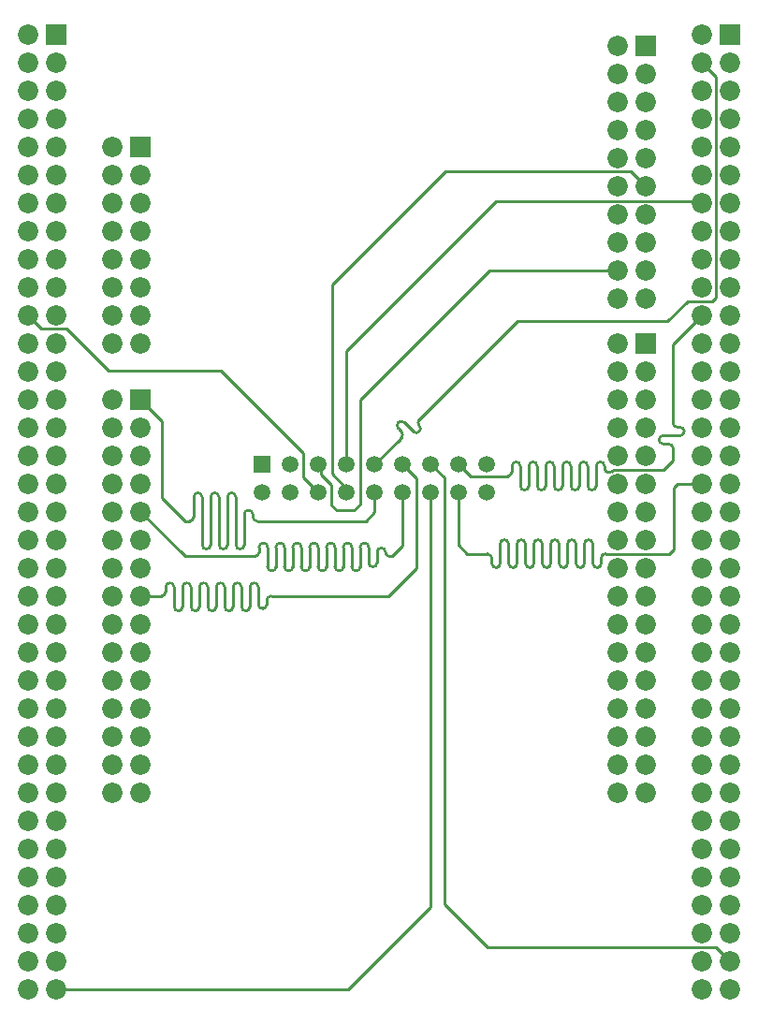
<source format=gbl>
G04*
G04 #@! TF.GenerationSoftware,Altium Limited,Altium Designer,21.9.2 (33)*
G04*
G04 Layer_Physical_Order=2*
G04 Layer_Color=16711680*
%FSTAX24Y24*%
%MOIN*%
G70*
G04*
G04 #@! TF.SameCoordinates,13D17465-D8B6-41DB-B493-114FC984BDD6*
G04*
G04*
G04 #@! TF.FilePolarity,Positive*
G04*
G01*
G75*
%ADD16C,0.0100*%
%ADD17R,0.0728X0.0728*%
%ADD18C,0.0728*%
%ADD19C,0.0598*%
%ADD20R,0.0598X0.0598*%
D16*
X018663Y032055D02*
G03*
X018813Y031905I00015J0D01*
G01*
X018663Y03214D02*
G03*
X018363Y03214I-00015J0D01*
G01*
X018063Y031055D02*
G03*
X018363Y031055I00015J0D01*
G01*
X018063Y032755D02*
G03*
X017763Y032755I-00015J0D01*
G01*
X017463Y031055D02*
G03*
X017763Y031055I00015J0D01*
G01*
X017463Y032755D02*
G03*
X017163Y032755I-00015J0D01*
G01*
X016863Y031055D02*
G03*
X017163Y031055I00015J0D01*
G01*
X016863Y032755D02*
G03*
X016563Y032755I-00015J0D01*
G01*
X016413Y031905D02*
G03*
X016563Y032055I0J00015D01*
G01*
X023392Y030795D02*
G03*
X023542Y030645I00015J0D01*
G01*
X023392Y030795D02*
G03*
X023092Y030795I-00015J0D01*
G01*
X022792Y030422D02*
G03*
X023092Y030422I00015J0D01*
G01*
X022792Y030975D02*
G03*
X022492Y030975I-00015J0D01*
G01*
X022192Y030275D02*
G03*
X022492Y030275I00015J0D01*
G01*
X022192Y030975D02*
G03*
X021892Y030975I-00015J0D01*
G01*
X021592Y030275D02*
G03*
X021892Y030275I00015J0D01*
G01*
X021592Y030975D02*
G03*
X021292Y030975I-00015J0D01*
G01*
X020992Y030275D02*
G03*
X021292Y030275I00015J0D01*
G01*
X020992Y030975D02*
G03*
X020692Y030975I-00015J0D01*
G01*
X020392Y030275D02*
G03*
X020692Y030275I00015J0D01*
G01*
X020392Y030975D02*
G03*
X020092Y030975I-00015J0D01*
G01*
X019792Y030275D02*
G03*
X020092Y030275I00015J0D01*
G01*
X019792Y030975D02*
G03*
X019492Y030975I-00015J0D01*
G01*
X019192Y030275D02*
G03*
X019492Y030275I00015J0D01*
G01*
X019192Y030975D02*
G03*
X018892Y030975I-00015J0D01*
G01*
X018742Y030645D02*
G03*
X018892Y030795I0J00015D01*
G01*
X019315Y029235D02*
G03*
X019165Y029085I0J-00015D01*
G01*
X018865Y028933D02*
G03*
X019165Y028933I00015J0D01*
G01*
X018865Y029554D02*
G03*
X018565Y029554I-00015J0D01*
G01*
X018265Y028854D02*
G03*
X018565Y028854I00015J0D01*
G01*
X018265Y029554D02*
G03*
X017965Y029554I-00015J0D01*
G01*
X017665Y028854D02*
G03*
X017965Y028854I00015J0D01*
G01*
X017665Y029554D02*
G03*
X017365Y029554I-00015J0D01*
G01*
X017065Y028854D02*
G03*
X017365Y028854I00015J0D01*
G01*
X017065Y029554D02*
G03*
X016765Y029554I-00015J0D01*
G01*
X016465Y028854D02*
G03*
X016765Y028854I00015J0D01*
G01*
X016465Y029554D02*
G03*
X016165Y029554I-00015J0D01*
G01*
X015865Y028854D02*
G03*
X016165Y028854I00015J0D01*
G01*
X015865Y029554D02*
G03*
X015565Y029554I-00015J0D01*
G01*
X015415Y029235D02*
G03*
X015565Y029385I0J00015D01*
G01*
X027178Y030592D02*
G03*
X027028Y030742I-00015J0D01*
G01*
X027178Y030392D02*
G03*
X027478Y030392I00015J0D01*
G01*
X027778Y031092D02*
G03*
X027478Y031092I-00015J0D01*
G01*
X027778Y030392D02*
G03*
X028078Y030392I00015J0D01*
G01*
X028378Y031092D02*
G03*
X028078Y031092I-00015J0D01*
G01*
X028378Y030392D02*
G03*
X028678Y030392I00015J0D01*
G01*
X028978Y031092D02*
G03*
X028678Y031092I-00015J0D01*
G01*
X028978Y030392D02*
G03*
X029278Y030392I00015J0D01*
G01*
X029578Y031092D02*
G03*
X029278Y031092I-00015J0D01*
G01*
X029578Y030392D02*
G03*
X029878Y030392I00015J0D01*
G01*
X030178Y031092D02*
G03*
X029878Y031092I-00015J0D01*
G01*
X030178Y030392D02*
G03*
X030478Y030392I00015J0D01*
G01*
X030778Y031092D02*
G03*
X030478Y031092I-00015J0D01*
G01*
X030778Y030392D02*
G03*
X031078Y030392I00015J0D01*
G01*
X031228Y030742D02*
G03*
X031078Y030592I0J-00015D01*
G01*
X024596Y035513D02*
G03*
X024596Y0353I000106J-000106D01*
G01*
X024596Y035088D02*
G03*
X024596Y0353I-000106J000106D01*
G01*
X024384Y035088D02*
G03*
X024596Y035088I000106J000106D01*
G01*
X024058Y035414D02*
G03*
X023846Y035414I-000106J-000106D01*
G01*
D02*
G03*
X023846Y035202I000106J-000106D01*
G01*
X02396Y034876D02*
G03*
X02396Y035088I-000106J000106D01*
G01*
X033637Y035397D02*
G03*
X033787Y035247I00015J0D01*
G01*
X033885Y034947D02*
G03*
X033885Y035247I0J00015D01*
G01*
X033287Y034947D02*
G03*
X033287Y034647I0J-00015D01*
G01*
X033637Y034497D02*
G03*
X033487Y034647I-00015J0D01*
G01*
X031196Y03378D02*
G03*
X031452Y033674I00015J0D01*
G01*
X031196Y033858D02*
G03*
X030896Y033858I-00015J0D01*
G01*
X030596Y033158D02*
G03*
X030896Y033158I00015J0D01*
G01*
X030596Y033858D02*
G03*
X030296Y033858I-00015J0D01*
G01*
X029996Y033158D02*
G03*
X030296Y033158I00015J0D01*
G01*
X029996Y033858D02*
G03*
X029696Y033858I-00015J0D01*
G01*
X029396Y033158D02*
G03*
X029696Y033158I00015J0D01*
G01*
X029396Y033858D02*
G03*
X029096Y033858I-00015J0D01*
G01*
X028796Y033158D02*
G03*
X029096Y033158I00015J0D01*
G01*
X028796Y033858D02*
G03*
X028496Y033858I-00015J0D01*
G01*
X028196Y033158D02*
G03*
X028496Y033158I00015J0D01*
G01*
X028196Y033858D02*
G03*
X027896Y033858I-00015J0D01*
G01*
X027746Y033508D02*
G03*
X027896Y033658I0J00015D01*
G01*
X025484Y01825D02*
Y033447D01*
X025007Y018172D02*
Y032923D01*
X018813Y031905D02*
X019352D01*
X018663Y032055D02*
Y03214D01*
X018363Y031055D02*
Y03214D01*
X018063Y031055D02*
Y032755D01*
X017763Y031055D02*
Y032755D01*
X017463Y031055D02*
Y032755D01*
X017163Y031055D02*
Y032755D01*
X016863Y031055D02*
Y032755D01*
X016563Y032055D02*
Y032755D01*
X016363Y031905D02*
X016413D01*
X019352D02*
X022685D01*
X016261D02*
X016363D01*
X016259Y030645D02*
X018692D01*
X023642D02*
X023777Y03078D01*
X023542Y030645D02*
X023642D01*
X023392Y030795D02*
Y030795D01*
X023092Y030422D02*
Y030795D01*
X022792Y030422D02*
Y030975D01*
X022492Y030275D02*
Y030975D01*
X022192Y030275D02*
Y030975D01*
X021892Y030275D02*
Y030975D01*
X021592Y030275D02*
Y030975D01*
X021292Y030275D02*
Y030975D01*
X020992Y030275D02*
Y030975D01*
X020692Y030275D02*
Y030975D01*
X020392Y030275D02*
Y030975D01*
X020092Y030275D02*
Y030975D01*
X019792Y030275D02*
Y030975D01*
X019492Y030275D02*
Y030975D01*
X019192Y030275D02*
Y030975D01*
X018892Y030795D02*
Y030975D01*
X018692Y030645D02*
X018742D01*
X023777Y03078D02*
X024007Y03101D01*
Y032923D01*
X022424Y029235D02*
X02351D01*
X019315D02*
X022424D01*
X019165Y028933D02*
Y029085D01*
X018865Y028933D02*
Y029554D01*
X018565Y028854D02*
Y029554D01*
X018265Y028854D02*
Y029554D01*
X017965Y028854D02*
Y029554D01*
X017665Y028854D02*
Y029554D01*
X017365Y028854D02*
Y029554D01*
X017065Y028854D02*
Y029554D01*
X016765Y028854D02*
Y029554D01*
X016465Y028854D02*
Y029554D01*
X016165Y028854D02*
Y029554D01*
X015865Y028854D02*
Y029554D01*
X015565Y029385D02*
Y029554D01*
X015365Y029235D02*
X015415D01*
X014669D02*
X015365D01*
X014669Y032235D02*
X016259Y030645D01*
X026025Y031018D02*
X026302Y030742D01*
X027028D01*
X027178Y030392D02*
Y030592D01*
X027478Y030392D02*
Y031092D01*
X027778Y030392D02*
Y031092D01*
X028078Y030392D02*
Y031092D01*
X028378Y030392D02*
Y031092D01*
X028678Y030392D02*
Y031092D01*
X028978Y030392D02*
Y031092D01*
X029278Y030392D02*
Y031092D01*
X029578Y030392D02*
Y031092D01*
X029878Y030392D02*
Y031092D01*
X030178Y030392D02*
Y031092D01*
X030478Y030392D02*
Y031092D01*
X030778Y030392D02*
Y031092D01*
X031078Y030392D02*
Y030592D01*
X031228Y030742D02*
X031278D01*
X02351Y029235D02*
X024493Y030218D01*
X024596Y035513D02*
X024908Y035824D01*
X024596Y0353D02*
X024596Y0353D01*
X024596Y0353D01*
X024058Y035414D02*
X024384Y035088D01*
X023846Y035202D02*
X02396Y035088D01*
X023925Y034841D02*
X02396Y034876D01*
X024908Y035824D02*
X028101Y039017D01*
X023007Y033923D02*
X023925Y034841D01*
X022504Y032504D02*
Y036241D01*
X027099Y040835D01*
X031669D01*
X022007Y033923D02*
Y037974D01*
X027333Y043299D02*
X034595D01*
X022007Y037974D02*
X027333Y043299D01*
X021488Y033577D02*
Y040322D01*
X025527Y044361D02*
X032143D01*
X021488Y040322D02*
X025527Y044361D01*
X033637Y035397D02*
Y036248D01*
X033787Y035247D02*
X033885D01*
X033287Y034947D02*
X033885D01*
X033287Y034647D02*
X033487D01*
X033637Y034447D02*
Y034497D01*
Y036248D02*
Y038193D01*
Y034064D02*
Y034447D01*
X031493Y033715D02*
X031991D01*
X031452Y033674D02*
X031493Y033715D01*
X031196Y03378D02*
Y033858D01*
X030896Y033158D02*
Y033858D01*
X030596Y033158D02*
Y033858D01*
X030296Y033158D02*
Y033858D01*
X029996Y033158D02*
Y033858D01*
X029696Y033158D02*
Y033858D01*
X029396Y033158D02*
Y033858D01*
X029096Y033158D02*
Y033858D01*
X028796Y033158D02*
Y033858D01*
X028496Y033158D02*
Y033858D01*
X028196Y033158D02*
Y033858D01*
X027896Y033658D02*
Y033858D01*
X027696Y033508D02*
X027746D01*
X031991Y033715D02*
X033288D01*
X026423Y033508D02*
X027696D01*
X033288Y033715D02*
X033637Y034064D01*
Y038193D02*
X034669Y039225D01*
X033658Y030904D02*
Y033094D01*
X033495Y030742D02*
X033658Y030904D01*
X031278Y030742D02*
X033495D01*
X033789Y033225D02*
X034669D01*
X033658Y033094D02*
X033789Y033225D01*
X026007Y031036D02*
X026025Y031018D01*
X026007Y031036D02*
Y032923D01*
X027704Y016718D02*
X029106D01*
X035176D01*
X027579D02*
X027704D01*
X027015D02*
X027579D01*
X025484Y01825D02*
X027015Y016718D01*
X028101Y039017D02*
X033434D01*
X03415Y039733D01*
X035022D01*
X035156Y039868D01*
Y047738D01*
X034669Y048225D02*
X035156Y047738D01*
X013533Y037267D02*
X017539D01*
X01907Y035735D01*
X01907D01*
X020472Y034333D01*
Y033458D02*
Y034333D01*
X011134Y038771D02*
X012029D01*
X010669Y039235D02*
X011134Y038771D01*
X012029D02*
X013533Y037267D01*
X021007Y033923D02*
X021087Y033843D01*
Y033568D02*
X021463Y033193D01*
Y032464D02*
Y033193D01*
X021087Y033568D02*
Y033843D01*
X021488Y033577D02*
X022007Y033058D01*
Y032923D02*
Y033058D01*
X021651Y032276D02*
X022276D01*
X021463Y032464D02*
X021651Y032276D01*
X022276D02*
X022504Y032504D01*
X020472Y033458D02*
X021007Y032923D01*
X015443Y032723D02*
X016261Y031905D01*
X014669Y036235D02*
X015443Y035461D01*
Y032723D02*
Y035461D01*
X022685Y031905D02*
X023007Y032228D01*
Y032923D01*
X034595Y043299D02*
X034669Y043225D01*
X032143Y044361D02*
X032669Y043835D01*
X024493Y030218D02*
Y033438D01*
X024007Y033923D02*
X024493Y033438D01*
X025007Y033923D02*
X025484Y033447D01*
X011669Y015235D02*
X02207D01*
X025007Y018172D01*
X035176Y016718D02*
X035669Y016225D01*
X026007Y033923D02*
X026423Y033508D01*
D17*
X035669Y049225D02*
D03*
X011669Y049235D02*
D03*
X032669Y038235D02*
D03*
X014669Y036235D02*
D03*
Y045235D02*
D03*
X032669Y048835D02*
D03*
D18*
X035669Y048225D02*
D03*
Y047225D02*
D03*
Y046225D02*
D03*
X034669Y047225D02*
D03*
Y048225D02*
D03*
Y049225D02*
D03*
Y046225D02*
D03*
Y043225D02*
D03*
Y045225D02*
D03*
Y044225D02*
D03*
X035669Y043225D02*
D03*
Y044225D02*
D03*
Y045225D02*
D03*
Y040225D02*
D03*
Y039225D02*
D03*
Y038225D02*
D03*
X034669Y039225D02*
D03*
Y040225D02*
D03*
Y038225D02*
D03*
Y041225D02*
D03*
Y042225D02*
D03*
X035669Y041225D02*
D03*
Y042225D02*
D03*
Y032225D02*
D03*
Y031225D02*
D03*
X034669Y032225D02*
D03*
Y031225D02*
D03*
Y030225D02*
D03*
Y029225D02*
D03*
X035669D02*
D03*
Y030225D02*
D03*
Y035225D02*
D03*
Y034225D02*
D03*
Y033225D02*
D03*
X034669Y034225D02*
D03*
Y035225D02*
D03*
Y033225D02*
D03*
Y036225D02*
D03*
Y037225D02*
D03*
X035669Y036225D02*
D03*
Y037225D02*
D03*
Y028225D02*
D03*
X034669D02*
D03*
X035669Y016225D02*
D03*
Y015225D02*
D03*
X034669Y016225D02*
D03*
Y015225D02*
D03*
X035669Y021225D02*
D03*
Y020225D02*
D03*
X034669Y021225D02*
D03*
Y020225D02*
D03*
Y017225D02*
D03*
Y019225D02*
D03*
Y018225D02*
D03*
X035669Y017225D02*
D03*
Y018225D02*
D03*
Y019225D02*
D03*
Y024225D02*
D03*
Y023225D02*
D03*
Y022225D02*
D03*
X034669Y023225D02*
D03*
Y024225D02*
D03*
Y022225D02*
D03*
Y025225D02*
D03*
Y027225D02*
D03*
Y026225D02*
D03*
X035669Y025225D02*
D03*
Y026225D02*
D03*
Y027225D02*
D03*
X011669Y048235D02*
D03*
Y047235D02*
D03*
Y046235D02*
D03*
X010669Y047235D02*
D03*
Y048235D02*
D03*
Y049235D02*
D03*
Y046235D02*
D03*
Y043235D02*
D03*
Y045235D02*
D03*
Y044235D02*
D03*
X011669Y043235D02*
D03*
Y044235D02*
D03*
Y045235D02*
D03*
Y040235D02*
D03*
Y039235D02*
D03*
Y038235D02*
D03*
X010669Y039235D02*
D03*
Y040235D02*
D03*
Y038235D02*
D03*
Y041235D02*
D03*
Y042235D02*
D03*
X011669Y041235D02*
D03*
Y042235D02*
D03*
Y032235D02*
D03*
Y031235D02*
D03*
X010669Y032235D02*
D03*
Y031235D02*
D03*
Y030235D02*
D03*
Y029235D02*
D03*
X011669D02*
D03*
Y030235D02*
D03*
Y035235D02*
D03*
Y034235D02*
D03*
Y033235D02*
D03*
X010669Y034235D02*
D03*
Y035235D02*
D03*
Y033235D02*
D03*
Y036235D02*
D03*
Y037235D02*
D03*
X011669Y036235D02*
D03*
Y037235D02*
D03*
Y028235D02*
D03*
X010669D02*
D03*
X011669Y016235D02*
D03*
Y015235D02*
D03*
X010669Y016235D02*
D03*
Y015235D02*
D03*
X011669Y021235D02*
D03*
Y020235D02*
D03*
X010669Y021235D02*
D03*
Y020235D02*
D03*
Y017235D02*
D03*
Y019235D02*
D03*
Y018235D02*
D03*
X011669Y017235D02*
D03*
Y018235D02*
D03*
Y019235D02*
D03*
Y024235D02*
D03*
Y023235D02*
D03*
Y022235D02*
D03*
X010669Y023235D02*
D03*
Y024235D02*
D03*
Y022235D02*
D03*
Y025235D02*
D03*
Y027235D02*
D03*
Y026235D02*
D03*
X011669Y025235D02*
D03*
Y026235D02*
D03*
Y027235D02*
D03*
X031669Y023235D02*
D03*
X032669Y028235D02*
D03*
Y027235D02*
D03*
Y026235D02*
D03*
Y025235D02*
D03*
Y024235D02*
D03*
Y033235D02*
D03*
Y032235D02*
D03*
Y031235D02*
D03*
Y030235D02*
D03*
Y029235D02*
D03*
X031669Y038235D02*
D03*
X032669Y037235D02*
D03*
Y036235D02*
D03*
Y035235D02*
D03*
Y034235D02*
D03*
X031669Y024235D02*
D03*
Y025235D02*
D03*
Y026235D02*
D03*
Y027235D02*
D03*
Y028235D02*
D03*
Y031235D02*
D03*
Y032235D02*
D03*
Y035235D02*
D03*
Y036235D02*
D03*
Y037235D02*
D03*
Y034235D02*
D03*
Y033235D02*
D03*
Y030235D02*
D03*
Y029235D02*
D03*
X032669Y023235D02*
D03*
X031669Y022235D02*
D03*
X032669D02*
D03*
X014669Y026235D02*
D03*
Y025235D02*
D03*
Y024235D02*
D03*
Y023235D02*
D03*
Y022235D02*
D03*
Y031235D02*
D03*
Y030235D02*
D03*
Y029235D02*
D03*
Y028235D02*
D03*
Y027235D02*
D03*
X013669Y036235D02*
D03*
X014669Y035235D02*
D03*
Y034235D02*
D03*
Y033235D02*
D03*
Y032235D02*
D03*
X013669Y022235D02*
D03*
Y023235D02*
D03*
Y024235D02*
D03*
Y025235D02*
D03*
Y026235D02*
D03*
Y029235D02*
D03*
Y030235D02*
D03*
Y033235D02*
D03*
Y034235D02*
D03*
Y035235D02*
D03*
Y032235D02*
D03*
Y031235D02*
D03*
Y028235D02*
D03*
Y027235D02*
D03*
X014669Y040235D02*
D03*
Y039235D02*
D03*
Y038235D02*
D03*
X013669Y045235D02*
D03*
X014669Y044235D02*
D03*
Y043235D02*
D03*
Y042235D02*
D03*
Y041235D02*
D03*
X013669Y038235D02*
D03*
Y039235D02*
D03*
Y042235D02*
D03*
Y043235D02*
D03*
Y044235D02*
D03*
Y041235D02*
D03*
Y040235D02*
D03*
X031669Y039835D02*
D03*
Y040835D02*
D03*
Y043835D02*
D03*
Y044835D02*
D03*
Y047835D02*
D03*
Y046835D02*
D03*
Y045835D02*
D03*
Y042835D02*
D03*
Y041835D02*
D03*
X032669Y044835D02*
D03*
Y045835D02*
D03*
Y046835D02*
D03*
Y047835D02*
D03*
X031669Y048835D02*
D03*
X032669Y039835D02*
D03*
Y040835D02*
D03*
Y041835D02*
D03*
Y042835D02*
D03*
Y043835D02*
D03*
D19*
X019007Y032923D02*
D03*
X020007D02*
D03*
X021007D02*
D03*
X022007D02*
D03*
X023007D02*
D03*
X024007D02*
D03*
X025007D02*
D03*
X026007D02*
D03*
X027007D02*
D03*
Y033923D02*
D03*
X026007D02*
D03*
X025007D02*
D03*
X024007D02*
D03*
X023007D02*
D03*
X022007D02*
D03*
X021007D02*
D03*
X020007D02*
D03*
D20*
X019007D02*
D03*
M02*

</source>
